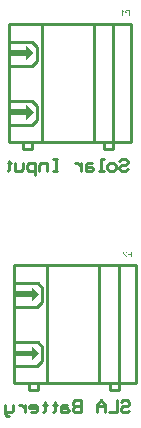
<source format=gbo>
%FSTAX23Y23*%
%MOIN*%
%SFA1B1*%

%IPPOS*%
%ADD13C,0.010000*%
%LNpcb-1*%
%LPD*%
G36*
X0167Y00464D02*
X01647Y00441D01*
Y00455*
X01584*
Y00474*
X01647*
Y00488*
X0167Y00464*
G37*
G36*
Y00662D02*
X01647Y00638D01*
Y00652*
X01584*
Y00671*
X01647*
Y00685*
X0167Y00662*
G37*
G36*
X01652Y01268D02*
X01628Y01244D01*
Y01258*
X01565*
Y01278*
X01628*
Y01292*
X01652Y01268*
G37*
G36*
Y01465D02*
X01628Y01442D01*
Y01455*
X01565*
Y01475*
X01628*
Y01489*
X01652Y01465*
G37*
G36*
X01956Y00804D02*
X01957Y00804D01*
X01957Y00804*
X01958Y00804*
X01958Y00804*
X01958Y00804*
X01959Y00804*
X01959Y00803*
X01959Y00803*
X0196Y00803*
X0196Y00803*
X0196Y00803*
X0196Y00803*
X0196Y00803*
X0196Y00803*
X0196Y00803*
X01961Y00802*
X01961Y00802*
X01961Y00802*
X01961Y00801*
X01962Y00801*
X01962Y008*
X01962Y008*
X01962Y008*
X01962Y00799*
X01962Y00799*
X01962Y00799*
Y00799*
X01962Y00799*
Y00799*
X0196Y00798*
X0196Y00799*
X0196Y008*
X01959Y008*
X01959Y008*
X01959Y00801*
X01959Y00801*
X01959Y00801*
X01959Y00801*
X01958Y00801*
X01958Y00802*
X01957Y00802*
X01957Y00802*
X01957Y00802*
X01956Y00802*
X01956Y00802*
X01956*
X01955Y00802*
X01955Y00802*
X01954Y00802*
X01954Y00802*
X01954Y00802*
X01954Y00801*
X01953Y00801*
X01953Y00801*
X01953Y00801*
X01953Y008*
X01953Y008*
X01952Y008*
X01952Y00799*
X01952Y00799*
X01952Y00799*
Y00799*
Y00799*
X01952Y00798*
X01952Y00798*
X01953Y00797*
X01953Y00797*
X01953Y00797*
X01953Y00796*
X01953Y00796*
X01953Y00796*
X01953Y00796*
Y00796*
X01954Y00796*
X01954Y00795*
X01954Y00795*
X01955Y00795*
X01955Y00794*
X01956Y00793*
X01956Y00793*
X01957Y00793*
X01957Y00793*
X01957Y00792*
X01957Y00792*
X01958Y00792*
X01958Y00792*
X01958Y00792*
X01958Y00791*
X01959Y00791*
X0196Y0079*
X0196Y0079*
X0196Y0079*
X01961Y00789*
X01961Y00789*
X01961Y00789*
Y00789*
X01961Y00789*
X01961Y00788*
X01962Y00788*
X01962Y00787*
X01962Y00787*
X01962Y00787*
X01962Y00787*
X01962Y00787*
Y00787*
X01962Y00786*
X01962Y00786*
X01963Y00786*
X01963Y00785*
X01963Y00785*
Y00785*
Y00785*
Y00785*
X0195*
Y00787*
X01959*
X01959Y00788*
X01959Y00788*
X01959Y00788*
X01959Y00788*
X01958Y00788*
X01958Y00788*
X01958Y00788*
X01958Y00789*
X01958Y00789*
X01958Y00789*
X01957Y00789*
X01957Y0079*
X01956Y0079*
X01956Y0079*
X01956Y00791*
X01956Y00791*
X01956Y00791*
X01956Y00791*
X01956Y00791*
X01955Y00791*
X01955Y00792*
X01954Y00792*
X01954Y00792*
X01954Y00793*
X01953Y00793*
X01953Y00793*
X01953Y00793*
X01953Y00794*
X01952Y00794*
X01952Y00794*
X01952Y00794*
X01952Y00794*
X01952Y00794*
X01952Y00795*
X01951Y00795*
X01951Y00795*
X01951Y00796*
X01951Y00796*
X0195Y00796*
X0195Y00796*
X0195Y00797*
X0195Y00797*
X0195Y00797*
X0195Y00798*
X0195Y00798*
X0195Y00798*
X0195Y00799*
Y00799*
Y00799*
X0195Y00799*
X0195Y008*
X0195Y008*
X0195Y008*
X0195Y00801*
X01951Y00802*
X01951Y00802*
X01951Y00802*
X01951Y00802*
X01951Y00802*
X01951Y00802*
X01951Y00803*
X01951Y00803*
X01952Y00803*
X01952Y00803*
X01952Y00803*
X01953Y00803*
X01953Y00803*
X01954Y00804*
X01954Y00804*
X01955Y00804*
X01955Y00804*
X01955Y00804*
X01955Y00804*
X01956Y00804*
X01956*
X01956Y00804*
G37*
G36*
X01979Y00785D02*
X01977D01*
Y00793*
X01972*
X01971Y00793*
X0197Y00793*
X0197Y00793*
X01969Y00793*
X01969Y00793*
X01968Y00793*
X01968Y00793*
X01967Y00794*
X01967Y00794*
X01967Y00794*
X01967Y00794*
X01966Y00794*
X01966Y00794*
X01966Y00794*
X01966Y00794*
X01966Y00794*
X01966Y00795*
X01966Y00795*
X01965Y00795*
X01965Y00796*
X01965Y00796*
X01965Y00796*
X01965Y00797*
X01965Y00797*
X01965Y00798*
X01965Y00798*
X01965Y00798*
X01965Y00798*
Y00798*
Y00798*
Y00798*
X01965Y00799*
X01965Y008*
X01965Y008*
X01965Y008*
X01965Y00801*
X01965Y00801*
X01965Y00801*
X01965Y00801*
X01965Y00802*
X01966Y00802*
X01966Y00802*
X01966Y00802*
X01966Y00803*
X01966Y00803*
X01967Y00803*
X01967Y00803*
X01967Y00803*
X01967Y00803*
X01968Y00804*
X01968Y00804*
X01969Y00804*
X01969Y00804*
X01969Y00804*
X01969*
X01969Y00804*
X0197Y00804*
X0197Y00804*
X01971Y00804*
X01971Y00804*
X01979*
Y00785*
G37*
G36*
X01948Y01609D02*
X01949Y01608D01*
X01949Y01608*
X01949Y01607*
X0195Y01607*
X0195Y01607*
X0195Y01607*
X0195Y01607*
X0195Y01607*
X0195Y01607*
X01951Y01606*
X01951Y01606*
X01952Y01605*
X01953Y01605*
X01953Y01605*
X01953Y01605*
X01953Y01604*
X01953Y01604*
X01954Y01604*
X01954Y01604*
X01954*
Y01602*
X01953Y01602*
X01953Y01602*
X01952Y01603*
X01952Y01603*
X01952Y01603*
X01951Y01603*
X01951Y01603*
X01951Y01603*
X01951*
X01951Y01604*
X0195Y01604*
X0195Y01604*
X0195Y01604*
X01949Y01605*
X01949Y01605*
X01949Y01605*
X01949Y01605*
Y0159*
X01947*
Y01609*
X01948*
X01948Y01609*
G37*
G36*
X01972Y0159D02*
X0197D01*
Y01598*
X01965*
X01964Y01598*
X01964Y01598*
X01963Y01598*
X01962Y01598*
X01962Y01598*
X01961Y01598*
X01961Y01598*
X01961Y01599*
X0196Y01599*
X0196Y01599*
X0196Y01599*
X0196Y01599*
X0196Y01599*
X01959Y01599*
X01959Y01599*
X01959Y01599*
X01959Y016*
X01959Y016*
X01959Y016*
X01958Y01601*
X01958Y01601*
X01958Y01601*
X01958Y01602*
X01958Y01602*
X01958Y01603*
X01958Y01603*
X01958Y01603*
X01958Y01603*
Y01603*
Y01603*
Y01603*
X01958Y01604*
X01958Y01605*
X01958Y01605*
X01958Y01605*
X01958Y01606*
X01958Y01606*
X01958Y01606*
X01958Y01606*
X01959Y01607*
X01959Y01607*
X01959Y01607*
X01959Y01607*
X0196Y01608*
X0196Y01608*
X0196Y01608*
X0196Y01608*
X0196Y01608*
X01961Y01608*
X01961Y01609*
X01961Y01609*
X01962Y01609*
X01962Y01609*
X01962Y01609*
X01962*
X01963Y01609*
X01963Y01609*
X01964Y01609*
X01964Y01609*
X01965Y01609*
X01972*
Y0159*
G37*
%LNpcb-2*%
%LPC*%
G36*
X01977Y00802D02*
X01971D01*
X01971Y00802*
X0197Y00802*
X0197Y00802*
X0197Y00802*
X01969Y00802*
X01969Y00802*
X01969*
X01969Y00801*
X01969Y00801*
X01968Y00801*
X01968Y00801*
X01968Y00801*
X01968Y00801*
X01968Y008*
X01968Y008*
X01968Y008*
X01967Y008*
X01967Y00799*
X01967Y00799*
X01967Y00799*
X01967Y00799*
Y00798*
Y00798*
Y00798*
X01967Y00798*
X01967Y00797*
X01967Y00797*
X01968Y00797*
X01968Y00796*
X01968Y00796*
X01968Y00796*
X01968Y00796*
X01968Y00796*
X01969Y00796*
X01969Y00795*
X0197Y00795*
X0197Y00795*
X01971Y00795*
X01971Y00795*
X01971*
X01971Y00795*
X01977*
Y00802*
G37*
G36*
X0197Y01607D02*
X01964D01*
X01964Y01607*
X01963Y01607*
X01963Y01607*
X01963Y01607*
X01963Y01607*
X01963Y01607*
X01963*
X01962Y01606*
X01962Y01606*
X01962Y01606*
X01961Y01606*
X01961Y01606*
X01961Y01606*
X01961Y01605*
X01961Y01605*
X01961Y01605*
X01961Y01605*
X0196Y01604*
X0196Y01604*
X0196Y01604*
X0196Y01604*
Y01603*
Y01603*
Y01603*
X0196Y01603*
X01961Y01602*
X01961Y01602*
X01961Y01602*
X01961Y01601*
X01961Y01601*
X01961Y01601*
X01961Y01601*
X01962Y01601*
X01962Y01601*
X01962Y016*
X01963Y016*
X01964Y016*
X01964Y016*
X01964Y016*
X01964*
X01965Y016*
X0197*
Y01607*
G37*
%LNpcb-3*%
%LPD*%
G54D13*
X01569Y01226D02*
X01645D01*
X01662Y01242*
Y0129*
X01647Y01305D02*
X01662Y0129D01*
X01569Y01305D02*
X01647D01*
X01569Y01423D02*
X01645D01*
X01662Y0144*
Y01487*
X01647Y01503D02*
X01662Y01487D01*
X01569Y01503D02*
X01647D01*
X01646Y01146D02*
Y0117D01*
X01618Y01146D02*
X01646D01*
X01618D02*
Y0117D01*
X01569Y0117D02*
X01975D01*
Y01563*
X01569D02*
X01975D01*
X01569Y0117D02*
Y01563D01*
X01916Y01146D02*
Y0117D01*
X01888Y01146D02*
X01916D01*
X01888D02*
Y0117D01*
X0168D02*
Y01563D01*
X01852Y0117D02*
Y01563D01*
X01917Y0117D02*
Y01563D01*
X01936Y00366D02*
Y0076D01*
X01871Y00366D02*
Y0076D01*
X01698Y00366D02*
Y0076D01*
X01907Y00342D02*
Y00366D01*
Y00342D02*
X01935D01*
Y00366*
X01588Y00366D02*
Y0076D01*
X01993*
Y00366D02*
Y0076D01*
X01588Y00366D02*
X01993D01*
X01637Y00342D02*
Y00366D01*
Y00342D02*
X01665D01*
Y00366*
X01588Y00699D02*
X01665D01*
X01681Y00683*
Y00636D02*
Y00683D01*
X01664Y00619D02*
X01681Y00636D01*
X01588Y00619D02*
X01664D01*
X01588Y00502D02*
X01665D01*
X01681Y00486*
Y00439D02*
Y00486D01*
X01664Y00422D02*
X01681Y00439D01*
X01588Y00422D02*
X01664D01*
X01943Y00301D02*
X0195Y00308D01*
X01963*
X0197Y00301*
Y00294*
X01963Y00288*
X0195*
X01943Y00281*
Y00274*
X0195Y00268*
X01963*
X0197Y00274*
X0193Y00308D02*
Y00268D01*
X01903*
X0189D02*
Y00294D01*
X01876Y00308*
X01863Y00294*
Y00268*
Y00288*
X0189*
X0181Y00308D02*
Y00268D01*
X0179*
X01783Y00274*
Y00281*
X0179Y00288*
X0181*
X0179*
X01783Y00294*
Y00301*
X0179Y00308*
X0181*
X01763Y00294D02*
X0175D01*
X01743Y00288*
Y00268*
X01763*
X0177Y00274*
X01763Y00281*
X01743*
X01723Y00301D02*
Y00294D01*
X0173*
X01716*
X01723*
Y00274*
X01716Y00268*
X0169Y00301D02*
Y00294D01*
X01696*
X01683*
X0169*
Y00274*
X01683Y00268*
X01643D02*
X01656D01*
X01663Y00274*
Y00288*
X01656Y00294*
X01643*
X01636Y00288*
Y00281*
X01663*
X01623Y00294D02*
Y00268D01*
Y00281*
X01616Y00288*
X0161Y00294*
X01603*
X01583D02*
Y00274D01*
X01576Y00268*
X01556*
Y00261*
X01563Y00255*
X0157*
X01556Y00268D02*
Y00294D01*
X01938Y01106D02*
X01945Y01113D01*
X01958*
X01965Y01106*
Y01099*
X01958Y01093*
X01945*
X01938Y01086*
Y01079*
X01945Y01073*
X01958*
X01965Y01079*
X01918Y01073D02*
X01905D01*
X01898Y01079*
Y01093*
X01905Y01099*
X01918*
X01925Y01093*
Y01079*
X01918Y01073*
X01885D02*
X01871D01*
X01878*
Y01113*
X01885*
X01845Y01099D02*
X01831D01*
X01825Y01093*
Y01073*
X01845*
X01851Y01079*
X01845Y01086*
X01825*
X01811Y01099D02*
Y01073D01*
Y01086*
X01805Y01093*
X01798Y01099*
X01791*
X01731Y01113D02*
X01718D01*
X01725*
Y01073*
X01731*
X01718*
X01698D02*
Y01099D01*
X01678*
X01671Y01093*
Y01073*
X01658Y0106D02*
Y01099D01*
X01638*
X01631Y01093*
Y01079*
X01638Y01073*
X01658*
X01618Y01099D02*
Y01079D01*
X01611Y01073*
X01591*
Y01099*
X01571Y01106D02*
Y01099D01*
X01578*
X01565*
X01571*
Y01079*
X01565Y01073*
M02*
</source>
